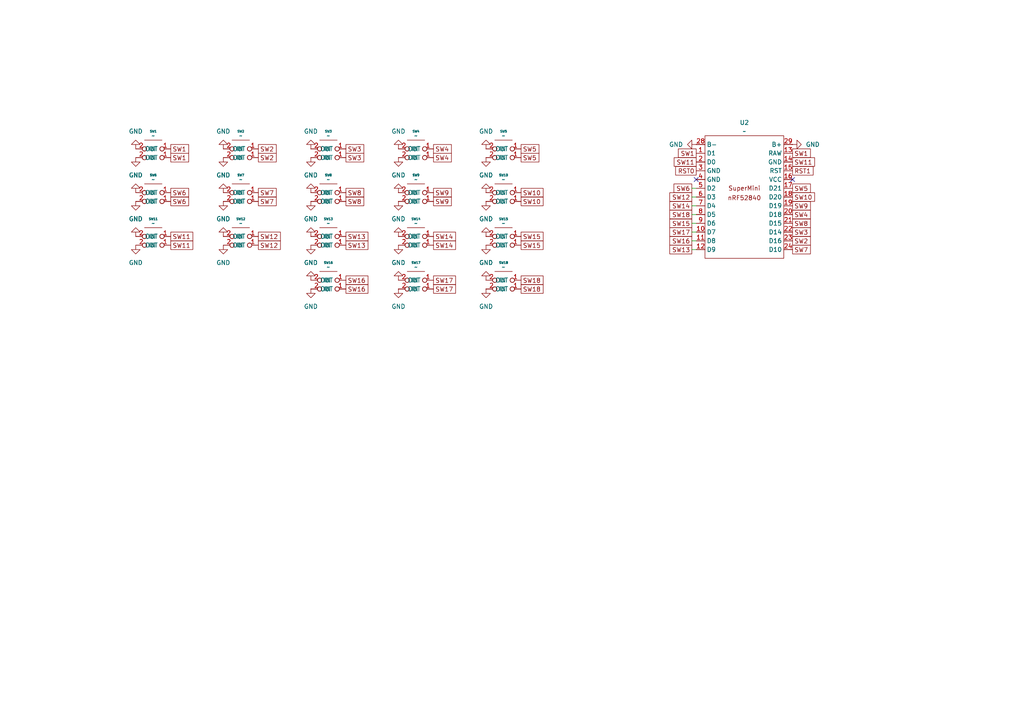
<source format=kicad_sch>
(kicad_sch (version 20231120) (generator "eeschema") (generator_version "8.0")
  (paper "A4")
  (lib_symbols
    (symbol "New_Library:SuperMini"
      (property "Reference" "U" (at 0 17.018 0))
      (symbol "SuperMini_0_1"
        (rectangle (start -11.43 15.24) (end 11.43 -20.32))
      )
      (symbol "SuperMini_1_1"
        (text "nRF52840" (at 0 -2.794 0) (effects (font (size 1.27 1.27))))
        (text "SuperMini" (at 0 0 0) (effects (font (size 1.27 1.27))))
        (pin passive line (at -13.97 10.16 0) (length 2.54) (name "D1") (number "1"))
        (pin passive line (at -13.97 -12.7 0) (length 2.54) (name "D7") (number "10"))
        (pin passive line (at -13.97 -15.24 0) (length 2.54) (name "D8") (number "11"))
        (pin passive line (at -13.97 -17.78 0) (length 2.54) (name "D9") (number "12"))
        (pin passive line (at 13.97 10.16 180) (length 2.54) (name "RAW") (number "13"))
        (pin passive line (at 13.97 7.62 180) (length 2.54) (name "GND") (number "14"))
        (pin passive line (at 13.97 5.08 180) (length 2.54) (name "RST") (number "15"))
        (pin passive line (at 13.97 2.54 180) (length 2.54) (name "VCC") (number "16"))
        (pin passive line (at 13.97 0 180) (length 2.54) (name "D21") (number "17"))
        (pin passive line (at 13.97 -2.54 180) (length 2.54) (name "D20") (number "18"))
        (pin passive line (at 13.97 -5.08 180) (length 2.54) (name "D19") (number "19"))
        (pin passive line (at -13.97 7.62 0) (length 2.54) (name "D0") (number "2"))
        (pin passive line (at 13.97 -7.62 180) (length 2.54) (name "D18") (number "20"))
        (pin passive line (at 13.97 -10.16 180) (length 2.54) (name "D15") (number "21"))
        (pin passive line (at 13.97 -12.7 180) (length 2.54) (name "D14") (number "22"))
        (pin passive line (at 13.97 -15.24 180) (length 2.54) (name "D16") (number "23"))
        (pin passive line (at 13.97 -17.78 180) (length 2.54) (name "D10") (number "24"))
        (pin passive line (at -13.97 12.7 0) (length 2.54) (name "B-") (number "28"))
        (pin passive line (at 13.97 12.7 180) (length 2.54) (name "B+") (number "29"))
        (pin passive line (at -13.97 5.08 0) (length 2.54) (name "GND") (number "3"))
        (pin passive line (at -13.97 2.54 0) (length 2.54) (name "GND") (number "4"))
        (pin passive line (at -13.97 0 0) (length 2.54) (name "D2") (number "5"))
        (pin passive line (at -13.97 -2.54 0) (length 2.54) (name "D3") (number "6"))
        (pin passive line (at -13.97 -5.08 0) (length 2.54) (name "D4") (number "7"))
        (pin passive line (at -13.97 -7.62 0) (length 2.54) (name "D5") (number "8"))
        (pin passive line (at -13.97 -10.16 0) (length 2.54) (name "D6") (number "9"))
      )
    )
    (symbol "New_Library:Switch_DS"
      (property "Reference" "SW1" (at 0 3.556 0))
      (property "Value" "~" (at 0 -1.27 0))
      (symbol "Switch_DS_0_1"
        (polyline (pts (xy 2.54 2.54) (xy -2.54 2.54)))
      )
      (symbol "Switch_DS_1_1"
        (pin passive inverted (at 5.08 -2.54 180) (length 3.175) (name "OUT") (number "1"))
        (pin passive inverted (at 5.08 0 180) (length 3.175) (name "OUT") (number "1"))
        (pin passive inverted (at -5.08 -2.54 0) (length 3.175) (name "IN") (number "2"))
        (pin passive inverted (at -5.08 0 0) (length 3.175) (name "IN") (number "2"))
      )
    )
    (symbol "power:GND" (power) (pin_numbers hide) (pin_names (offset 0) hide)
      (property "Value" "GND" (at 0 -3.81 0))
      (symbol "GND_0_1"
        (polyline (pts (xy 0 0) (xy 0 -1.27) (xy 1.27 -1.27) (xy 0 -2.54) (xy -1.27 -1.27) (xy 0 -1.27)))
      )
      (symbol "GND_1_1"
        (pin power_in line (at 0 0 270) (length 0) (name "~") (number "1"))
      )
    )
  )
  (no_connect (at 201.93 52.07))
  (no_connect (at 229.87 52.07))
  (wire (pts (xy 200.66 72.39) (xy 201.93 72.39)))
  (wire (pts (xy 200.66 64.77) (xy 201.93 64.77)))
  (wire (pts (xy 200.66 54.61) (xy 201.93 54.61)))
  (wire (pts (xy 200.66 59.69) (xy 201.93 59.69)))
  (wire (pts (xy 200.66 67.31) (xy 201.93 67.31)))
  (wire (pts (xy 200.66 62.23) (xy 201.93 62.23)))
  (wire (pts (xy 200.66 69.85) (xy 201.93 69.85)))
  (wire (pts (xy 200.66 57.15) (xy 201.93 57.15)))
  (global_label "SW1" (shape passive) (at 49.53 43.18 0) (property "Intersheetrefs" "${INTERSHEET_REFS}" (effects (hide yes))))
  (global_label "SW12" (shape passive) (at 74.93 71.12 0) (property "Intersheetrefs" "${INTERSHEET_REFS}" (effects (hide yes))))
  (global_label "SW1" (shape passive) (at 49.53 45.72 0) (property "Intersheetrefs" "${INTERSHEET_REFS}" (effects (hide yes))))
  (global_label "SW3" (shape passive) (at 100.33 45.72 0) (property "Intersheetrefs" "${INTERSHEET_REFS}" (effects (hide yes))))
  (global_label "SW14" (shape passive) (at 200.66 59.69 180) (property "Intersheetrefs" "${INTERSHEET_REFS}" (effects (hide yes))))
  (global_label "SW2" (shape passive) (at 229.87 69.85 0) (property "Intersheetrefs" "${INTERSHEET_REFS}" (effects (hide yes))))
  (global_label "SW10" (shape passive) (at 151.13 58.42 0) (property "Intersheetrefs" "${INTERSHEET_REFS}" (effects (hide yes))))
  (global_label "SW16" (shape passive) (at 100.33 81.28 0) (property "Intersheetrefs" "${INTERSHEET_REFS}" (effects (hide yes))))
  (global_label "SW17" (shape passive) (at 200.66 67.31 180) (property "Intersheetrefs" "${INTERSHEET_REFS}" (effects (hide yes))))
  (global_label "SW5" (shape passive) (at 151.13 45.72 0) (property "Intersheetrefs" "${INTERSHEET_REFS}" (effects (hide yes))))
  (global_label "SW8" (shape passive) (at 229.87 64.77 0) (property "Intersheetrefs" "${INTERSHEET_REFS}" (effects (hide yes))))
  (global_label "SW18" (shape passive) (at 151.13 81.28 0) (property "Intersheetrefs" "${INTERSHEET_REFS}" (effects (hide yes))))
  (global_label "SW17" (shape passive) (at 125.73 81.28 0) (property "Intersheetrefs" "${INTERSHEET_REFS}" (effects (hide yes))))
  (global_label "SW9" (shape passive) (at 229.87 59.69 0) (property "Intersheetrefs" "${INTERSHEET_REFS}" (effects (hide yes))))
  (global_label "SW6" (shape passive) (at 49.53 58.42 0) (property "Intersheetrefs" "${INTERSHEET_REFS}" (effects (hide yes))))
  (global_label "SW3" (shape passive) (at 100.33 43.18 0) (property "Intersheetrefs" "${INTERSHEET_REFS}" (effects (hide yes))))
  (global_label "SW7" (shape passive) (at 229.87 72.39 0) (property "Intersheetrefs" "${INTERSHEET_REFS}" (effects (hide yes))))
  (global_label "SW14" (shape passive) (at 125.73 68.58 0) (property "Intersheetrefs" "${INTERSHEET_REFS}" (effects (hide yes))))
  (global_label "SW15" (shape passive) (at 200.66 64.77 180) (property "Intersheetrefs" "${INTERSHEET_REFS}" (effects (hide yes))))
  (global_label "SW5" (shape passive) (at 229.87 54.61 0) (property "Intersheetrefs" "${INTERSHEET_REFS}" (effects (hide yes))))
  (global_label "SW8" (shape passive) (at 100.33 58.42 0) (property "Intersheetrefs" "${INTERSHEET_REFS}" (effects (hide yes))))
  (global_label "SW10" (shape passive) (at 151.13 55.88 0) (property "Intersheetrefs" "${INTERSHEET_REFS}" (effects (hide yes))))
  (global_label "SW10" (shape passive) (at 229.87 57.15 0) (property "Intersheetrefs" "${INTERSHEET_REFS}" (effects (hide yes))))
  (global_label "SW16" (shape passive) (at 200.66 69.85 180) (property "Intersheetrefs" "${INTERSHEET_REFS}" (effects (hide yes))))
  (global_label "SW9" (shape passive) (at 125.73 58.42 0) (property "Intersheetrefs" "${INTERSHEET_REFS}" (effects (hide yes))))
  (global_label "SW18" (shape passive) (at 200.66 62.23 180) (property "Intersheetrefs" "${INTERSHEET_REFS}" (effects (hide yes))))
  (global_label "SW12" (shape passive) (at 74.93 68.58 0) (property "Intersheetrefs" "${INTERSHEET_REFS}" (effects (hide yes))))
  (global_label "SW4" (shape passive) (at 125.73 43.18 0) (property "Intersheetrefs" "${INTERSHEET_REFS}" (effects (hide yes))))
  (global_label "SW6" (shape passive) (at 49.53 55.88 0) (property "Intersheetrefs" "${INTERSHEET_REFS}" (effects (hide yes))))
  (global_label "SW15" (shape passive) (at 151.13 68.58 0) (property "Intersheetrefs" "${INTERSHEET_REFS}" (effects (hide yes))))
  (global_label "SW13" (shape passive) (at 200.66 72.39 180) (property "Intersheetrefs" "${INTERSHEET_REFS}" (effects (hide yes))))
  (global_label "SW1" (shape passive) (at 201.93 44.45 180) (property "Intersheetrefs" "${INTERSHEET_REFS}" (effects (hide yes))))
  (global_label "SW14" (shape passive) (at 125.73 71.12 0) (property "Intersheetrefs" "${INTERSHEET_REFS}" (effects (hide yes))))
  (global_label "SW13" (shape passive) (at 100.33 71.12 0) (property "Intersheetrefs" "${INTERSHEET_REFS}" (effects (hide yes))))
  (global_label "RST0" (shape passive) (at 201.93 49.53 180) (property "Intersheetrefs" "${INTERSHEET_REFS}" (effects (hide yes))))
  (global_label "SW13" (shape passive) (at 100.33 68.58 0) (property "Intersheetrefs" "${INTERSHEET_REFS}" (effects (hide yes))))
  (global_label "SW2" (shape passive) (at 74.93 43.18 0) (property "Intersheetrefs" "${INTERSHEET_REFS}" (effects (hide yes))))
  (global_label "SW5" (shape passive) (at 151.13 43.18 0) (property "Intersheetrefs" "${INTERSHEET_REFS}" (effects (hide yes))))
  (global_label "SW11" (shape passive) (at 201.93 46.99 180) (property "Intersheetrefs" "${INTERSHEET_REFS}" (effects (hide yes))))
  (global_label "SW11" (shape passive) (at 229.87 46.99 0) (property "Intersheetrefs" "${INTERSHEET_REFS}" (effects (hide yes))))
  (global_label "SW11" (shape passive) (at 49.53 68.58 0) (property "Intersheetrefs" "${INTERSHEET_REFS}" (effects (hide yes))))
  (global_label "SW9" (shape passive) (at 125.73 55.88 0) (property "Intersheetrefs" "${INTERSHEET_REFS}" (effects (hide yes))))
  (global_label "SW18" (shape passive) (at 151.13 83.82 0) (property "Intersheetrefs" "${INTERSHEET_REFS}" (effects (hide yes))))
  (global_label "SW1" (shape passive) (at 229.87 44.45 0) (property "Intersheetrefs" "${INTERSHEET_REFS}" (effects (hide yes))))
  (global_label "SW12" (shape passive) (at 200.66 57.15 180) (property "Intersheetrefs" "${INTERSHEET_REFS}" (effects (hide yes))))
  (global_label "SW17" (shape passive) (at 125.73 83.82 0) (property "Intersheetrefs" "${INTERSHEET_REFS}" (effects (hide yes))))
  (global_label "SW8" (shape passive) (at 100.33 55.88 0) (property "Intersheetrefs" "${INTERSHEET_REFS}" (effects (hide yes))))
  (global_label "SW4" (shape passive) (at 125.73 45.72 0) (property "Intersheetrefs" "${INTERSHEET_REFS}" (effects (hide yes))))
  (global_label "SW7" (shape passive) (at 74.93 58.42 0) (property "Intersheetrefs" "${INTERSHEET_REFS}" (effects (hide yes))))
  (global_label "SW7" (shape passive) (at 74.93 55.88 0) (property "Intersheetrefs" "${INTERSHEET_REFS}" (effects (hide yes))))
  (global_label "SW6" (shape passive) (at 200.66 54.61 180) (property "Intersheetrefs" "${INTERSHEET_REFS}" (effects (hide yes))))
  (global_label "SW3" (shape passive) (at 229.87 67.31 0) (property "Intersheetrefs" "${INTERSHEET_REFS}" (effects (hide yes))))
  (global_label "SW4" (shape passive) (at 229.87 62.23 0) (property "Intersheetrefs" "${INTERSHEET_REFS}" (effects (hide yes))))
  (global_label "RST1" (shape passive) (at 229.87 49.53 0) (property "Intersheetrefs" "${INTERSHEET_REFS}" (effects (hide yes))))
  (global_label "SW2" (shape passive) (at 74.93 45.72 0) (property "Intersheetrefs" "${INTERSHEET_REFS}" (effects (hide yes))))
  (global_label "SW15" (shape passive) (at 151.13 71.12 0) (property "Intersheetrefs" "${INTERSHEET_REFS}" (effects (hide yes))))
  (global_label "SW11" (shape passive) (at 49.53 71.12 0) (property "Intersheetrefs" "${INTERSHEET_REFS}" (effects (hide yes))))
  (global_label "SW16" (shape passive) (at 100.33 83.82 0) (property "Intersheetrefs" "${INTERSHEET_REFS}" (effects (hide yes))))
  (symbol (lib_id "power:GND") (at 201.93 41.91 270) (unit 1)
    (property "Reference" "#PWR039" (effects (hide yes)))
    (property "Value" "GND" (at 198.12 41.9099 90) (effects (justify right)))
    (property "Description" "Power symbol creates a global label with name \"GND\" , ground" (effects (hide yes)))
  )
  (symbol (lib_id "power:GND") (at 140.97 58.42 0) (unit 1)
    (property "Reference" "#PWR011" (effects (hide yes)))
    (property "Value" "GND" (at 140.97 63.5 0))
    (property "Description" "Power symbol creates a global label with name \"GND\" , ground" (effects (hide yes)))
  )
  (symbol (lib_id "New_Library:Switch_DS") (at 146.05 81.28 0) (unit 1)
    (property "Reference" "SW18" (at 146.05 76.2 0) (effects (font (size 0.635 0.635))))
    (property "Value" "~" (at 146.05 77.47 0))
    (property "Footprint" "PCM_Switch_Keyboard_Kailh:SW_KLPv1v2_DS" (effects (hide yes)))
  )
  (symbol (lib_id "power:GND") (at 140.97 83.82 0) (unit 1)
    (property "Reference" "#PWR021" (effects (hide yes)))
    (property "Value" "GND" (at 140.97 88.9 0))
    (property "Description" "Power symbol creates a global label with name \"GND\" , ground" (effects (hide yes)))
  )
  (symbol (lib_id "New_Library:Switch_DS") (at 120.65 68.58 0) (unit 1)
    (property "Reference" "SW14" (at 120.65 63.5 0) (effects (font (size 0.635 0.635))))
    (property "Value" "~" (at 120.65 64.77 0))
    (property "Footprint" "PCM_Switch_Keyboard_Kailh:SW_KLPv1v2_DS" (effects (hide yes)))
  )
  (symbol (lib_id "power:GND") (at 140.97 68.58 180) (unit 1)
    (property "Reference" "#PWR033" (effects (hide yes)))
    (property "Value" "GND" (at 140.97 63.5 0))
    (property "Description" "Power symbol creates a global label with name \"GND\" , ground" (effects (hide yes)))
  )
  (symbol (lib_id "power:GND") (at 115.57 81.28 180) (unit 1)
    (property "Reference" "#PWR035" (effects (hide yes)))
    (property "Value" "GND" (at 115.57 76.2 0))
    (property "Description" "Power symbol creates a global label with name \"GND\" , ground" (effects (hide yes)))
  )
  (symbol (lib_id "power:GND") (at 39.37 55.88 180) (unit 1)
    (property "Reference" "#PWR04" (effects (hide yes)))
    (property "Value" "GND" (at 39.37 50.8 0))
    (property "Description" "Power symbol creates a global label with name \"GND\" , ground" (effects (hide yes)))
  )
  (symbol (lib_name "New_Library:Switch_DS") (lib_id "New_Library:Switch_DS") (at 44.45 43.18 0) (unit 1)
    (property "Reference" "SW1" (at 44.45 38.1 0) (effects (font (size 0.635 0.635))))
    (property "Value" "~" (at 44.45 39.37 0))
    (property "Footprint" "PCM_Switch_Keyboard_Kailh:SW_KLPv1v2_DS" (effects (hide yes)))
  )
  (symbol (lib_id "New_Library:Switch_DS") (at 146.05 55.88 0) (unit 1)
    (property "Reference" "SW10" (at 146.05 50.8 0) (effects (font (size 0.635 0.635))))
    (property "Value" "~" (at 146.05 52.07 0))
    (property "Footprint" "PCM_Switch_Keyboard_Kailh:SW_KLPv1v2_DS" (effects (hide yes)))
  )
  (symbol (lib_id "power:GND") (at 90.17 83.82 0) (unit 1)
    (property "Reference" "#PWR019" (effects (hide yes)))
    (property "Value" "GND" (at 90.17 88.9 0))
    (property "Description" "Power symbol creates a global label with name \"GND\" , ground" (effects (hide yes)))
  )
  (symbol (lib_id "power:GND") (at 140.97 81.28 180) (unit 1)
    (property "Reference" "#PWR034" (effects (hide yes)))
    (property "Value" "GND" (at 140.97 76.2 0))
    (property "Description" "Power symbol creates a global label with name \"GND\" , ground" (effects (hide yes)))
  )
  (symbol (lib_id "power:GND") (at 64.77 55.88 180) (unit 1)
    (property "Reference" "#PWR023" (effects (hide yes)))
    (property "Value" "GND" (at 64.77 50.8 0))
    (property "Description" "Power symbol creates a global label with name \"GND\" , ground" (effects (hide yes)))
  )
  (symbol (lib_id "power:GND") (at 115.57 58.42 0) (unit 1)
    (property "Reference" "#PWR012" (effects (hide yes)))
    (property "Value" "GND" (at 115.57 63.5 0))
    (property "Description" "Power symbol creates a global label with name \"GND\" , ground" (effects (hide yes)))
  )
  (symbol (lib_id "power:GND") (at 140.97 43.18 180) (unit 1)
    (property "Reference" "#PWR027" (effects (hide yes)))
    (property "Value" "GND" (at 140.97 38.1 0))
    (property "Description" "Power symbol creates a global label with name \"GND\" , ground" (effects (hide yes)))
  )
  (symbol (lib_id "New_Library:Switch_DS") (at 120.65 43.18 0) (unit 1)
    (property "Reference" "SW4" (at 120.65 38.1 0) (effects (font (size 0.635 0.635))))
    (property "Value" "~" (at 120.65 39.37 0))
    (property "Footprint" "PCM_Switch_Keyboard_Kailh:SW_KLPv1v2_DS" (effects (hide yes)))
  )
  (symbol (lib_id "New_Library:Switch_DS") (at 44.45 68.58 0) (unit 1)
    (property "Reference" "SW11" (at 44.45 63.5 0) (effects (font (size 0.635 0.635))))
    (property "Value" "~" (at 44.45 64.77 0))
    (property "Footprint" "PCM_Switch_Keyboard_Kailh:SW_KLPv1v2_DS" (effects (hide yes)))
  )
  (symbol (lib_id "New_Library:Switch_DS") (at 120.65 81.28 0) (unit 1)
    (property "Reference" "SW17" (at 120.65 76.2 0) (effects (font (size 0.635 0.635))))
    (property "Value" "~" (at 120.65 77.47 0))
    (property "Footprint" "PCM_Switch_Keyboard_Kailh:SW_KLPv1v2_DS" (effects (hide yes)))
  )
  (symbol (lib_id "power:GND") (at 115.57 43.18 180) (unit 1)
    (property "Reference" "#PWR026" (effects (hide yes)))
    (property "Value" "GND" (at 115.57 38.1 0))
    (property "Description" "Power symbol creates a global label with name \"GND\" , ground" (effects (hide yes)))
  )
  (symbol (lib_id "New_Library:Switch_DS") (at 69.85 68.58 0) (unit 1)
    (property "Reference" "SW12" (at 69.85 63.5 0) (effects (font (size 0.635 0.635))))
    (property "Value" "~" (at 69.85 64.77 0))
    (property "Footprint" "PCM_Switch_Keyboard_Kailh:SW_KLPv1v2_DS" (effects (hide yes)))
  )
  (symbol (lib_id "power:GND") (at 64.77 68.58 180) (unit 1)
    (property "Reference" "#PWR022" (effects (hide yes)))
    (property "Value" "GND" (at 64.77 63.5 0))
    (property "Description" "Power symbol creates a global label with name \"GND\" , ground" (effects (hide yes)))
  )
  (symbol (lib_id "power:GND") (at 140.97 71.12 0) (unit 1)
    (property "Reference" "#PWR010" (effects (hide yes)))
    (property "Value" "GND" (at 140.97 76.2 0))
    (property "Description" "Power symbol creates a global label with name \"GND\" , ground" (effects (hide yes)))
  )
  (symbol (lib_id "power:GND") (at 90.17 58.42 0) (unit 1)
    (property "Reference" "#PWR013" (effects (hide yes)))
    (property "Value" "GND" (at 90.17 63.5 0))
    (property "Description" "Power symbol creates a global label with name \"GND\" , ground" (effects (hide yes)))
  )
  (symbol (lib_id "power:GND") (at 115.57 45.72 0) (unit 1)
    (property "Reference" "#PWR017" (effects (hide yes)))
    (property "Value" "GND" (at 115.57 50.8 0))
    (property "Description" "Power symbol creates a global label with name \"GND\" , ground" (effects (hide yes)))
  )
  (symbol (lib_id "power:GND") (at 64.77 58.42 0) (unit 1)
    (property "Reference" "#PWR014" (effects (hide yes)))
    (property "Value" "GND" (at 64.77 63.5 0))
    (property "Description" "Power symbol creates a global label with name \"GND\" , ground" (effects (hide yes)))
  )
  (symbol (lib_id "New_Library:Switch_DS") (at 69.85 43.18 0) (unit 1)
    (property "Reference" "SW2" (at 69.85 38.1 0) (effects (font (size 0.635 0.635))))
    (property "Value" "~" (at 69.85 39.37 0))
    (property "Footprint" "PCM_Switch_Keyboard_Kailh:SW_KLPv1v2_DS" (effects (hide yes)))
  )
  (symbol (lib_id "New_Library:Switch_DS") (at 120.65 55.88 0) (unit 1)
    (property "Reference" "SW9" (at 120.65 50.8 0) (effects (font (size 0.635 0.635))))
    (property "Value" "~" (at 120.65 52.07 0))
    (property "Footprint" "PCM_Switch_Keyboard_Kailh:SW_KLPv1v2_DS" (effects (hide yes)))
  )
  (symbol (lib_id "New_Library:Switch_DS") (at 146.05 68.58 0) (unit 1)
    (property "Reference" "SW15" (at 146.05 63.5 0) (effects (font (size 0.635 0.635))))
    (property "Value" "~" (at 146.05 64.77 0))
    (property "Footprint" "PCM_Switch_Keyboard_Kailh:SW_KLPv1v2_DS" (effects (hide yes)))
  )
  (symbol (lib_id "power:GND") (at 115.57 55.88 180) (unit 1)
    (property "Reference" "#PWR029" (effects (hide yes)))
    (property "Value" "GND" (at 115.57 50.8 0))
    (property "Description" "Power symbol creates a global label with name \"GND\" , ground" (effects (hide yes)))
  )
  (symbol (lib_id "power:GND") (at 39.37 45.72 0) (unit 1)
    (property "Reference" "#PWR01" (effects (hide yes)))
    (property "Value" "GND" (at 39.37 50.8 0))
    (property "Description" "Power symbol creates a global label with name \"GND\" , ground" (effects (hide yes)))
  )
  (symbol (lib_id "New_Library:Switch_DS") (at 44.45 55.88 0) (unit 1)
    (property "Reference" "SW6" (at 44.45 50.8 0) (effects (font (size 0.635 0.635))))
    (property "Value" "~" (at 44.45 52.07 0))
    (property "Footprint" "PCM_Switch_Keyboard_Kailh:SW_KLPv1v2_DS" (effects (hide yes)))
  )
  (symbol (lib_id "New_Library:SuperMini") (at 215.9 54.61 0) (unit 1)
    (property "Reference" "U2" (at 215.9 35.56 0))
    (property "Value" "~" (at 215.9 38.1 0))
    (property "Footprint" "Library:SuperMini NRF52840" (effects (hide yes)))
  )
  (symbol (lib_id "power:GND") (at 115.57 68.58 180) (unit 1)
    (property "Reference" "#PWR032" (effects (hide yes)))
    (property "Value" "GND" (at 115.57 63.5 0))
    (property "Description" "Power symbol creates a global label with name \"GND\" , ground" (effects (hide yes)))
  )
  (symbol (lib_id "power:GND") (at 39.37 58.42 0) (unit 1)
    (property "Reference" "#PWR03" (effects (hide yes)))
    (property "Value" "GND" (at 39.37 63.5 0))
    (property "Description" "Power symbol creates a global label with name \"GND\" , ground" (effects (hide yes)))
  )
  (symbol (lib_id "power:GND") (at 140.97 45.72 0) (unit 1)
    (property "Reference" "#PWR018" (effects (hide yes)))
    (property "Value" "GND" (at 140.97 50.8 0))
    (property "Description" "Power symbol creates a global label with name \"GND\" , ground" (effects (hide yes)))
  )
  (symbol (lib_id "power:GND") (at 64.77 45.72 0) (unit 1)
    (property "Reference" "#PWR015" (effects (hide yes)))
    (property "Value" "GND" (at 64.77 50.8 0))
    (property "Description" "Power symbol creates a global label with name \"GND\" , ground" (effects (hide yes)))
  )
  (symbol (lib_id "power:GND") (at 90.17 55.88 180) (unit 1)
    (property "Reference" "#PWR030" (effects (hide yes)))
    (property "Value" "GND" (at 90.17 50.8 0))
    (property "Description" "Power symbol creates a global label with name \"GND\" , ground" (effects (hide yes)))
  )
  (symbol (lib_id "power:GND") (at 39.37 71.12 0) (unit 1)
    (property "Reference" "#PWR06" (effects (hide yes)))
    (property "Value" "GND" (at 39.37 76.2 0))
    (property "Description" "Power symbol creates a global label with name \"GND\" , ground" (effects (hide yes)))
  )
  (symbol (lib_id "power:GND") (at 90.17 68.58 180) (unit 1)
    (property "Reference" "#PWR031" (effects (hide yes)))
    (property "Value" "GND" (at 90.17 63.5 0))
    (property "Description" "Power symbol creates a global label with name \"GND\" , ground" (effects (hide yes)))
  )
  (symbol (lib_id "power:GND") (at 64.77 43.18 180) (unit 1)
    (property "Reference" "#PWR024" (effects (hide yes)))
    (property "Value" "GND" (at 64.77 38.1 0))
    (property "Description" "Power symbol creates a global label with name \"GND\" , ground" (effects (hide yes)))
  )
  (symbol (lib_id "power:GND") (at 115.57 71.12 0) (unit 1)
    (property "Reference" "#PWR09" (effects (hide yes)))
    (property "Value" "GND" (at 115.57 76.2 0))
    (property "Description" "Power symbol creates a global label with name \"GND\" , ground" (effects (hide yes)))
  )
  (symbol (lib_id "New_Library:Switch_DS") (at 95.25 81.28 0) (unit 1)
    (property "Reference" "SW16" (at 95.25 76.2 0) (effects (font (size 0.635 0.635))))
    (property "Value" "~" (at 95.25 77.47 0))
    (property "Footprint" "PCM_Switch_Keyboard_Kailh:SW_KLPv1v2_DS" (effects (hide yes)))
  )
  (symbol (lib_id "power:GND") (at 39.37 68.58 180) (unit 1)
    (property "Reference" "#PWR05" (effects (hide yes)))
    (property "Value" "GND" (at 39.37 63.5 0))
    (property "Description" "Power symbol creates a global label with name \"GND\" , ground" (effects (hide yes)))
  )
  (symbol (lib_id "power:GND") (at 90.17 43.18 180) (unit 1)
    (property "Reference" "#PWR025" (effects (hide yes)))
    (property "Value" "GND" (at 90.17 38.1 0))
    (property "Description" "Power symbol creates a global label with name \"GND\" , ground" (effects (hide yes)))
  )
  (symbol (lib_id "New_Library:Switch_DS") (at 69.85 55.88 0) (unit 1)
    (property "Reference" "SW7" (at 69.85 50.8 0) (effects (font (size 0.635 0.635))))
    (property "Value" "~" (at 69.85 52.07 0))
    (property "Footprint" "PCM_Switch_Keyboard_Kailh:SW_KLPv1v2_DS" (effects (hide yes)))
  )
  (symbol (lib_id "power:GND") (at 64.77 71.12 0) (unit 1)
    (property "Reference" "#PWR07" (effects (hide yes)))
    (property "Value" "GND" (at 64.77 76.2 0))
    (property "Description" "Power symbol creates a global label with name \"GND\" , ground" (effects (hide yes)))
  )
  (symbol (lib_id "New_Library:Switch_DS") (at 95.25 68.58 0) (unit 1)
    (property "Reference" "SW13" (at 95.25 63.5 0) (effects (font (size 0.635 0.635))))
    (property "Value" "~" (at 95.25 64.77 0))
    (property "Footprint" "PCM_Switch_Keyboard_Kailh:SW_KLPv1v2_DS" (effects (hide yes)))
  )
  (symbol (lib_id "New_Library:Switch_DS") (at 95.25 55.88 0) (unit 1)
    (property "Reference" "SW8" (at 95.25 50.8 0) (effects (font (size 0.635 0.635))))
    (property "Value" "~" (at 95.25 52.07 0))
    (property "Footprint" "PCM_Switch_Keyboard_Kailh:SW_KLPv1v2_DS" (effects (hide yes)))
  )
  (symbol (lib_id "power:GND") (at 115.57 83.82 0) (unit 1)
    (property "Reference" "#PWR020" (effects (hide yes)))
    (property "Value" "GND" (at 115.57 88.9 0))
    (property "Description" "Power symbol creates a global label with name \"GND\" , ground" (effects (hide yes)))
  )
  (symbol (lib_id "New_Library:Switch_DS") (at 95.25 43.18 0) (unit 1)
    (property "Reference" "SW3" (at 95.25 38.1 0) (effects (font (size 0.635 0.635))))
    (property "Value" "~" (at 95.25 39.37 0))
    (property "Footprint" "PCM_Switch_Keyboard_Kailh:SW_KLPv1v2_DS" (effects (hide yes)))
  )
  (symbol (lib_id "power:GND") (at 229.87 41.91 90) (unit 1)
    (property "Reference" "#PWR037" (effects (hide yes)))
    (property "Value" "GND" (at 233.68 41.9099 90) (effects (justify right)))
    (property "Description" "Power symbol creates a global label with name \"GND\" , ground" (effects (hide yes)))
  )
  (symbol (lib_id "power:GND") (at 140.97 55.88 180) (unit 1)
    (property "Reference" "#PWR028" (effects (hide yes)))
    (property "Value" "GND" (at 140.97 50.8 0))
    (property "Description" "Power symbol creates a global label with name \"GND\" , ground" (effects (hide yes)))
  )
  (symbol (lib_id "New_Library:Switch_DS") (at 146.05 43.18 0) (unit 1)
    (property "Reference" "SW5" (at 146.05 38.1 0) (effects (font (size 0.635 0.635))))
    (property "Value" "~" (at 146.05 39.37 0))
    (property "Footprint" "PCM_Switch_Keyboard_Kailh:SW_KLPv1v2_DS" (effects (hide yes)))
  )
  (symbol (lib_id "power:GND") (at 90.17 81.28 180) (unit 1)
    (property "Reference" "#PWR036" (effects (hide yes)))
    (property "Value" "GND" (at 90.17 76.2 0))
    (property "Description" "Power symbol creates a global label with name \"GND\" , ground" (effects (hide yes)))
  )
  (symbol (lib_id "power:GND") (at 39.37 43.18 180) (unit 1)
    (property "Reference" "#PWR02" (effects (hide yes)))
    (property "Value" "GND" (at 39.37 38.1 0))
    (property "Description" "Power symbol creates a global label with name \"GND\" , ground" (effects (hide yes)))
  )
  (symbol (lib_id "power:GND") (at 90.17 71.12 0) (unit 1)
    (property "Reference" "#PWR08" (effects (hide yes)))
    (property "Value" "GND" (at 90.17 76.2 0))
    (property "Description" "Power symbol creates a global label with name \"GND\" , ground" (effects (hide yes)))
  )
  (symbol (lib_id "power:GND") (at 90.17 45.72 0) (unit 1)
    (property "Reference" "#PWR016" (effects (hide yes)))
    (property "Value" "GND" (at 90.17 50.8 0))
    (property "Description" "Power symbol creates a global label with name \"GND\" , ground" (effects (hide yes)))
  )
)
</source>
